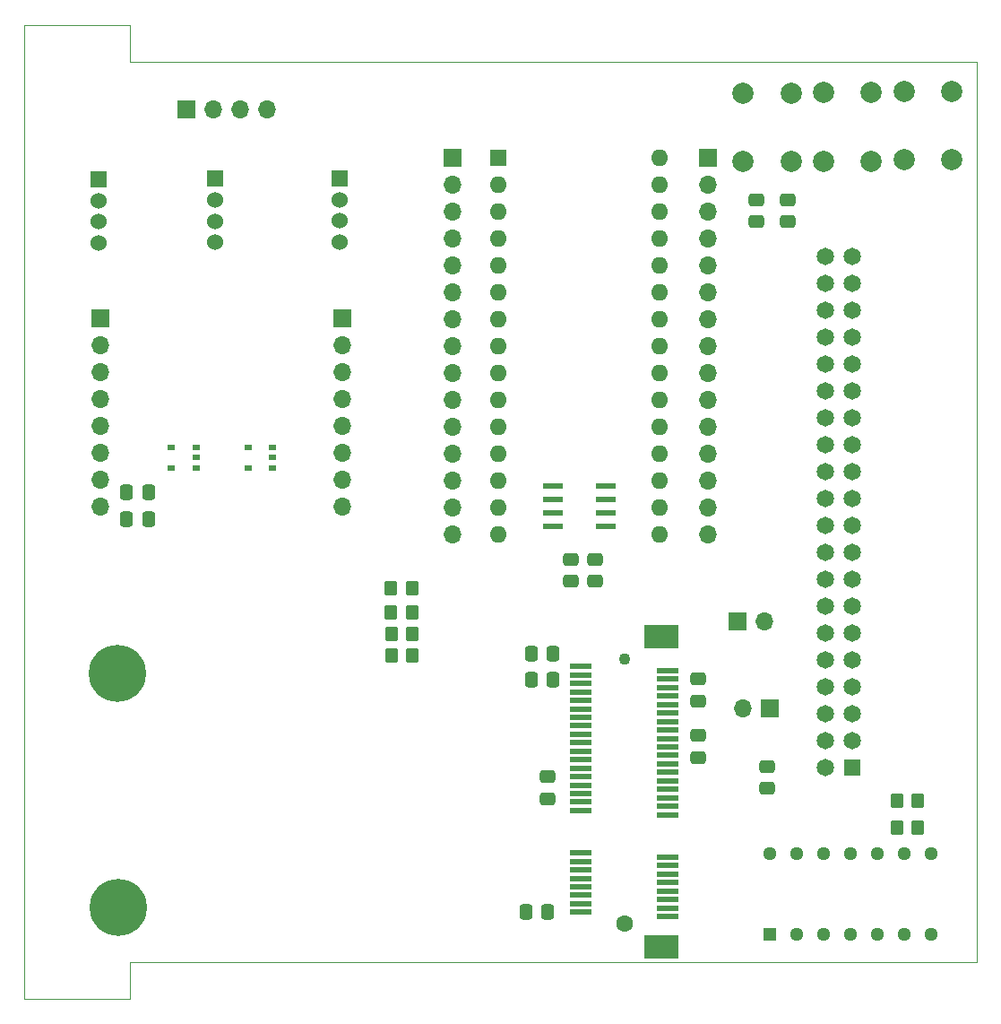
<source format=gbr>
%TF.GenerationSoftware,KiCad,Pcbnew,8.0.2-1*%
%TF.CreationDate,2024-08-02T11:08:52+02:00*%
%TF.ProjectId,Com_Nucleo-L432kc,436f6d5f-4e75-4636-9c65-6f2d4c343332,rev?*%
%TF.SameCoordinates,Original*%
%TF.FileFunction,Soldermask,Top*%
%TF.FilePolarity,Negative*%
%FSLAX46Y46*%
G04 Gerber Fmt 4.6, Leading zero omitted, Abs format (unit mm)*
G04 Created by KiCad (PCBNEW 8.0.2-1) date 2024-08-02 11:08:52*
%MOMM*%
%LPD*%
G01*
G04 APERTURE LIST*
G04 Aperture macros list*
%AMRoundRect*
0 Rectangle with rounded corners*
0 $1 Rounding radius*
0 $2 $3 $4 $5 $6 $7 $8 $9 X,Y pos of 4 corners*
0 Add a 4 corners polygon primitive as box body*
4,1,4,$2,$3,$4,$5,$6,$7,$8,$9,$2,$3,0*
0 Add four circle primitives for the rounded corners*
1,1,$1+$1,$2,$3*
1,1,$1+$1,$4,$5*
1,1,$1+$1,$6,$7*
1,1,$1+$1,$8,$9*
0 Add four rect primitives between the rounded corners*
20,1,$1+$1,$2,$3,$4,$5,0*
20,1,$1+$1,$4,$5,$6,$7,0*
20,1,$1+$1,$6,$7,$8,$9,0*
20,1,$1+$1,$8,$9,$2,$3,0*%
G04 Aperture macros list end*
%ADD10C,5.400000*%
%ADD11C,1.600000*%
%ADD12C,1.100000*%
%ADD13R,2.000000X0.600000*%
%ADD14R,3.200000X2.300000*%
%ADD15C,2.000000*%
%ADD16R,1.700000X1.700000*%
%ADD17O,1.700000X1.700000*%
%ADD18R,0.700000X0.510000*%
%ADD19RoundRect,0.250000X-0.475000X0.337500X-0.475000X-0.337500X0.475000X-0.337500X0.475000X0.337500X0*%
%ADD20R,1.524000X1.524000*%
%ADD21C,1.524000*%
%ADD22RoundRect,0.250000X-0.350000X-0.450000X0.350000X-0.450000X0.350000X0.450000X-0.350000X0.450000X0*%
%ADD23RoundRect,0.250000X0.337500X0.475000X-0.337500X0.475000X-0.337500X-0.475000X0.337500X-0.475000X0*%
%ADD24RoundRect,0.250000X0.350000X0.450000X-0.350000X0.450000X-0.350000X-0.450000X0.350000X-0.450000X0*%
%ADD25RoundRect,0.250000X0.475000X-0.337500X0.475000X0.337500X-0.475000X0.337500X-0.475000X-0.337500X0*%
%ADD26R,1.969999X0.532600*%
%ADD27R,1.295400X1.295400*%
%ADD28C,1.295400*%
%ADD29R,1.600000X1.600000*%
%ADD30O,1.600000X1.600000*%
%ADD31RoundRect,0.250000X-0.337500X-0.475000X0.337500X-0.475000X0.337500X0.475000X-0.337500X0.475000X0*%
%ADD32R,1.650000X1.650000*%
%ADD33C,1.650000*%
%TA.AperFunction,Profile*%
%ADD34C,0.100000*%
%TD*%
G04 APERTURE END LIST*
D10*
%TO.C,REF\u002A\u002A*%
X72610000Y-126370000D03*
%TD*%
%TO.C,REF\u002A\u002A*%
X72570000Y-104290000D03*
%TD*%
D11*
%TO.C,IC1*%
X120434748Y-127945000D03*
D12*
X120434748Y-102945000D03*
D13*
X124534748Y-127245000D03*
X116334748Y-126845000D03*
X124534748Y-126445000D03*
X116334748Y-126045000D03*
X124534748Y-125645000D03*
X116334748Y-125245000D03*
X124534748Y-124845000D03*
X116334748Y-124445000D03*
X124534748Y-124045000D03*
X116334748Y-123645000D03*
X124534748Y-123245000D03*
X116334748Y-122845000D03*
X124534748Y-122445000D03*
X116334748Y-122045000D03*
X124534748Y-121645000D03*
X116334748Y-121245000D03*
X124534748Y-117645000D03*
X116334748Y-117245000D03*
X124534748Y-116845000D03*
X116334748Y-116445000D03*
X124534748Y-116045000D03*
X116334748Y-115645000D03*
X124534748Y-115245000D03*
X116334748Y-114845000D03*
X124534748Y-114445000D03*
X116334748Y-114045000D03*
X124534748Y-113645000D03*
X116334748Y-113245000D03*
X124534748Y-112845000D03*
X116334748Y-112445000D03*
X124534748Y-112045000D03*
X116334748Y-111645000D03*
X124534748Y-111245000D03*
X116334748Y-110845000D03*
X124534748Y-110445000D03*
X116334748Y-110045000D03*
X124534748Y-109645000D03*
X116334748Y-109245000D03*
X124534748Y-108845000D03*
X116334748Y-108445000D03*
X124534748Y-108045000D03*
X116334748Y-107645000D03*
X124534748Y-107245000D03*
X116334748Y-106845000D03*
X124534748Y-106445000D03*
X116334748Y-106045000D03*
X124534748Y-105645000D03*
X116334748Y-105245000D03*
X124534748Y-104845000D03*
X116334748Y-104445000D03*
X124534748Y-104045000D03*
X116334748Y-103645000D03*
D14*
X123934748Y-130095000D03*
X123934748Y-100795000D03*
%TD*%
D15*
%TO.C,SW102*%
X139280000Y-55970000D03*
X139280000Y-49470000D03*
X143780000Y-55970000D03*
X143780000Y-49470000D03*
%TD*%
D16*
%TO.C,JP5*%
X131150000Y-99360000D03*
D17*
X133690000Y-99360000D03*
%TD*%
D18*
%TO.C,B2*%
X79970000Y-84870000D03*
X79970000Y-83920000D03*
X79970000Y-82970000D03*
X77650000Y-82970000D03*
X77650000Y-84870000D03*
%TD*%
D19*
%TO.C,C9*%
X115420000Y-93532500D03*
X115420000Y-95607500D03*
%TD*%
D20*
%TO.C,J3*%
X93530000Y-57570000D03*
D21*
X93530000Y-59570000D03*
X93530000Y-61570000D03*
X93530000Y-63570000D03*
%TD*%
D22*
%TO.C,R4*%
X98410048Y-100558600D03*
X100410048Y-100558600D03*
%TD*%
D23*
%TO.C,C1*%
X113721548Y-104873200D03*
X111646548Y-104873200D03*
%TD*%
D16*
%TO.C,J5*%
X93771248Y-70739000D03*
D17*
X93771248Y-73279000D03*
X93771248Y-75819000D03*
X93771248Y-78359000D03*
X93771248Y-80899000D03*
X93771248Y-83439000D03*
X93771248Y-85979000D03*
X93771248Y-88519000D03*
%TD*%
D18*
%TO.C,B1*%
X87190000Y-84870000D03*
X87190000Y-83920000D03*
X87190000Y-82970000D03*
X84870000Y-82970000D03*
X84870000Y-84870000D03*
%TD*%
D16*
%TO.C,J6*%
X128313249Y-55637948D03*
D17*
X128313249Y-58177948D03*
X128313249Y-60717948D03*
X128313249Y-63257948D03*
X128313249Y-65797948D03*
X128313249Y-68337948D03*
X128313249Y-70877948D03*
X128313249Y-73417948D03*
X128313249Y-75957948D03*
X128313249Y-78497948D03*
X128313249Y-81037948D03*
X128313249Y-83577948D03*
X128313249Y-86117948D03*
X128313249Y-88657948D03*
X128313249Y-91197948D03*
%TD*%
D16*
%TO.C,J7*%
X104183248Y-55626000D03*
D17*
X104183248Y-58166000D03*
X104183248Y-60706000D03*
X104183248Y-63246000D03*
X104183248Y-65786000D03*
X104183248Y-68326000D03*
X104183248Y-70866000D03*
X104183248Y-73406000D03*
X104183248Y-75946000D03*
X104183248Y-78486000D03*
X104183248Y-81026000D03*
X104183248Y-83566000D03*
X104183248Y-86106000D03*
X104183248Y-88646000D03*
X104183248Y-91186000D03*
%TD*%
D19*
%TO.C,C10*%
X117660000Y-93542500D03*
X117660000Y-95617500D03*
%TD*%
%TO.C,C11*%
X133880000Y-113070000D03*
X133880000Y-115145000D03*
%TD*%
D16*
%TO.C,JP4*%
X134170000Y-107570000D03*
D17*
X131630000Y-107570000D03*
%TD*%
D24*
%TO.C,R1*%
X148163948Y-118897400D03*
X146163948Y-118897400D03*
%TD*%
D19*
%TO.C,C3*%
X127426248Y-110163700D03*
X127426248Y-112238700D03*
%TD*%
D20*
%TO.C,J8*%
X70730000Y-57640000D03*
D21*
X70730000Y-59640000D03*
X70730000Y-61640000D03*
X70730000Y-63640000D03*
%TD*%
D25*
%TO.C,C4*%
X113200000Y-116117500D03*
X113200000Y-114042500D03*
%TD*%
D19*
%TO.C,C8*%
X132870000Y-59575000D03*
X132870000Y-61650000D03*
%TD*%
D26*
%TO.C,CR1*%
X113722400Y-86620000D03*
X113722400Y-87890000D03*
X113722400Y-89160000D03*
X113722400Y-90430000D03*
X118650000Y-90430000D03*
X118650000Y-89160000D03*
X118650000Y-87890000D03*
X118650000Y-86620000D03*
%TD*%
D19*
%TO.C,C7*%
X135880000Y-59575000D03*
X135880000Y-61650000D03*
%TD*%
D23*
%TO.C,C2*%
X113190000Y-126820000D03*
X111115000Y-126820000D03*
%TD*%
D25*
%TO.C,C6*%
X127390000Y-106905000D03*
X127390000Y-104830000D03*
%TD*%
D27*
%TO.C,U1*%
X134157248Y-128905000D03*
D28*
X136697248Y-128905000D03*
X139237248Y-128905000D03*
X141777248Y-128905000D03*
X144317248Y-128905000D03*
X146857248Y-128905000D03*
X149397248Y-128905000D03*
X149397248Y-121285000D03*
X146857248Y-121285000D03*
X144317248Y-121285000D03*
X141777248Y-121285000D03*
X139237248Y-121285000D03*
X136697248Y-121285000D03*
X134157248Y-121285000D03*
%TD*%
D29*
%TO.C,L432KC1*%
X108503248Y-55626000D03*
D30*
X108503248Y-58166000D03*
X108503248Y-60706000D03*
X108503248Y-63246000D03*
X108503248Y-65786000D03*
X108503248Y-68326000D03*
X108503248Y-70866000D03*
X108503248Y-73406000D03*
X108503248Y-75946000D03*
X108503248Y-78486000D03*
X108503248Y-81026000D03*
X108503248Y-83566000D03*
X108503248Y-86106000D03*
X108503248Y-88646000D03*
X108503248Y-91186000D03*
X123743248Y-91186000D03*
X123743248Y-88646000D03*
X123743248Y-86106000D03*
X123743248Y-83566000D03*
X123743248Y-81026000D03*
X123743248Y-78486000D03*
X123743248Y-75946000D03*
X123743248Y-73406000D03*
X123743248Y-70866000D03*
X123743248Y-68326000D03*
X123743248Y-65786000D03*
X123743248Y-63246000D03*
X123743248Y-60706000D03*
X123743248Y-58166000D03*
X123743248Y-55626000D03*
%TD*%
D20*
%TO.C,J9*%
X81730000Y-57600000D03*
D21*
X81730000Y-59600000D03*
X81730000Y-61600000D03*
X81730000Y-63600000D03*
%TD*%
D15*
%TO.C,SW103*%
X151360000Y-49320000D03*
X151360000Y-55820000D03*
X146860000Y-49320000D03*
X146860000Y-55820000D03*
%TD*%
D22*
%TO.C,R5*%
X98386548Y-98552000D03*
X100386548Y-98552000D03*
%TD*%
D24*
%TO.C,R2*%
X148163948Y-116357400D03*
X146163948Y-116357400D03*
%TD*%
D31*
%TO.C,C14*%
X73422500Y-89750000D03*
X75497500Y-89750000D03*
%TD*%
D15*
%TO.C,SW101*%
X131670000Y-55990000D03*
X131670000Y-49490000D03*
X136170000Y-55990000D03*
X136170000Y-49490000D03*
%TD*%
D16*
%TO.C,J4*%
X70911248Y-70739000D03*
D17*
X70911248Y-73279000D03*
X70911248Y-75819000D03*
X70911248Y-78359000D03*
X70911248Y-80899000D03*
X70911248Y-83439000D03*
X70911248Y-85979000D03*
X70911248Y-88519000D03*
%TD*%
D31*
%TO.C,C13*%
X73402500Y-87190000D03*
X75477500Y-87190000D03*
%TD*%
D16*
%TO.C,J2*%
X79030000Y-51010000D03*
D17*
X81570000Y-51010000D03*
X84110000Y-51010000D03*
X86650000Y-51010000D03*
%TD*%
D22*
%TO.C,R3*%
X98410048Y-102565200D03*
X100410048Y-102565200D03*
%TD*%
%TO.C,R6*%
X98384648Y-96281000D03*
X100384648Y-96281000D03*
%TD*%
D23*
%TO.C,C5*%
X113716548Y-102438200D03*
X111641548Y-102438200D03*
%TD*%
D32*
%TO.C,J1*%
X141997282Y-113187349D03*
D33*
X139457282Y-113187349D03*
X141997282Y-110647349D03*
X139457282Y-110647349D03*
X141997282Y-108107349D03*
X139457282Y-108107349D03*
X141997282Y-105567349D03*
X139457282Y-105567349D03*
X141997282Y-103027349D03*
X139457282Y-103027349D03*
X141997282Y-100487349D03*
X139457282Y-100487349D03*
X141997282Y-97947349D03*
X139457282Y-97947349D03*
X141997282Y-95407349D03*
X139457282Y-95407349D03*
X141997282Y-92867349D03*
X139457282Y-92867349D03*
X141997282Y-90327349D03*
X139457282Y-90327349D03*
X141997282Y-87787349D03*
X139457282Y-87787349D03*
X141997282Y-85247349D03*
X139457282Y-85247349D03*
X141997282Y-82707349D03*
X139457282Y-82707349D03*
X141997282Y-80167349D03*
X139457282Y-80167349D03*
X141997282Y-77627349D03*
X139457282Y-77627349D03*
X141997282Y-75087349D03*
X139457282Y-75087349D03*
X141997282Y-72547349D03*
X139457282Y-72547349D03*
X141997282Y-70007349D03*
X139457282Y-70007349D03*
X141997282Y-67467349D03*
X139457282Y-67467349D03*
X141997282Y-64927349D03*
X139457282Y-64927349D03*
%TD*%
D34*
X73750000Y-43050000D02*
X73750000Y-46550000D01*
X63750000Y-43050000D02*
X73750000Y-43050000D01*
X73750000Y-131550000D02*
X153750000Y-131550000D01*
X73750000Y-46550000D02*
X153750000Y-46550000D01*
X63750000Y-135050000D02*
X73750000Y-135050000D01*
X153750000Y-131550000D02*
X153750000Y-46550000D01*
X63750000Y-135050000D02*
X63750000Y-43050000D01*
X73750000Y-131550000D02*
X73750000Y-135050000D01*
M02*

</source>
